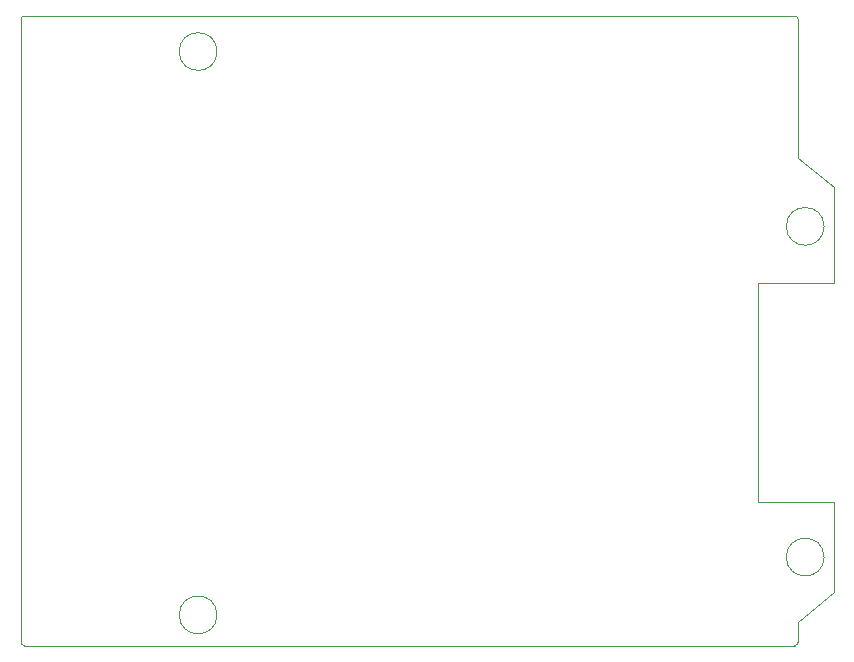
<source format=gbr>
%TF.GenerationSoftware,KiCad,Pcbnew,8.0.5*%
%TF.CreationDate,2024-12-12T18:20:32+01:00*%
%TF.ProjectId,Arduino_ESP,41726475-696e-46f5-9f45-53502e6b6963,rev?*%
%TF.SameCoordinates,Original*%
%TF.FileFunction,Profile,NP*%
%FSLAX46Y46*%
G04 Gerber Fmt 4.6, Leading zero omitted, Abs format (unit mm)*
G04 Created by KiCad (PCBNEW 8.0.5) date 2024-12-12 18:20:32*
%MOMM*%
%LPD*%
G01*
G04 APERTURE LIST*
%TA.AperFunction,Profile*%
%ADD10C,0.100000*%
%TD*%
G04 APERTURE END LIST*
D10*
X183600000Y-113300000D02*
G75*
G02*
X183300000Y-113600000I-300000J0D01*
G01*
X183600000Y-60600000D02*
X183600000Y-72300000D01*
X180200000Y-82900000D02*
X180200000Y-101400000D01*
X183600000Y-113300000D02*
X183600000Y-111600000D01*
X185800000Y-106100000D02*
G75*
G02*
X182600000Y-106100000I-1600000J0D01*
G01*
X182600000Y-106100000D02*
G75*
G02*
X185800000Y-106100000I1600000J0D01*
G01*
X118100000Y-113600000D02*
G75*
G02*
X117800000Y-113300000I0J300000D01*
G01*
X186600000Y-82900000D02*
X186600000Y-74800000D01*
X134400000Y-63300000D02*
G75*
G02*
X131200000Y-63300000I-1600000J0D01*
G01*
X131200000Y-63300000D02*
G75*
G02*
X134400000Y-63300000I1600000J0D01*
G01*
X186600000Y-101400000D02*
X186600000Y-109100000D01*
X183300000Y-60300000D02*
X118100000Y-60300000D01*
X185800000Y-78100000D02*
G75*
G02*
X182600000Y-78100000I-1600000J0D01*
G01*
X182600000Y-78100000D02*
G75*
G02*
X185800000Y-78100000I1600000J0D01*
G01*
X186600000Y-109100000D02*
X183600000Y-111600000D01*
X118100000Y-113600000D02*
X183300000Y-113600000D01*
X117800000Y-60600000D02*
G75*
G02*
X118100000Y-60300000I300000J0D01*
G01*
X134400000Y-111000000D02*
G75*
G02*
X131200000Y-111000000I-1600000J0D01*
G01*
X131200000Y-111000000D02*
G75*
G02*
X134400000Y-111000000I1600000J0D01*
G01*
X186600000Y-74800000D02*
X183600000Y-72300000D01*
X180200000Y-101400000D02*
X186600000Y-101400000D01*
X186600000Y-82900000D02*
X180200000Y-82900000D01*
X183300000Y-60300000D02*
G75*
G02*
X183600000Y-60600000I0J-300000D01*
G01*
X117800000Y-60600000D02*
X117800000Y-113300000D01*
M02*

</source>
